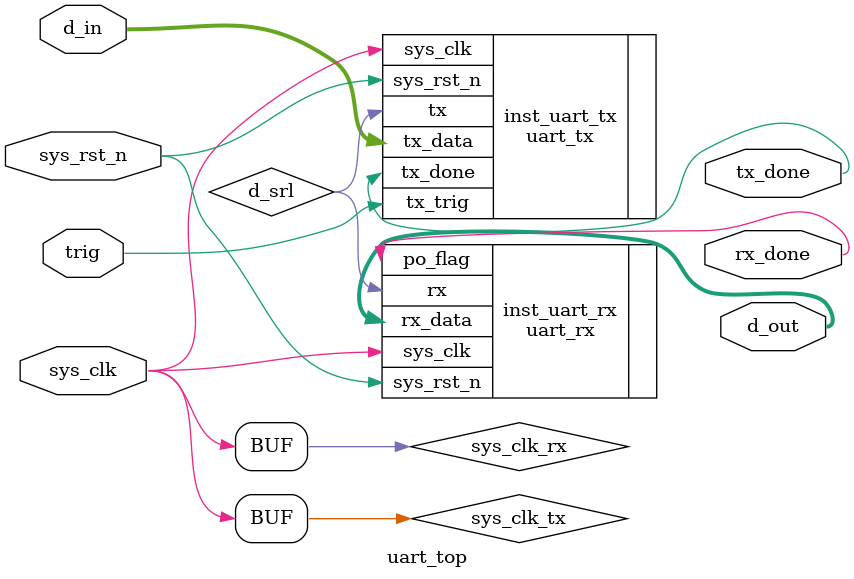
<source format=v>
/**************************************************************
 * Module name: uart_top
 *
 * Features:
 *	1. UART top module with RX & TX
 *    2. Data packet: {start bit, data frame[7:0], stop bit}
 *    3. Data frame width is 8-digit
 *    4. RX part system clock frequency assume half of TX part system clock
 *
 * Descriptions:
 *    1.
 *
 * Author: Jason Wu, master's student, NTHU
 *
 **************************************************************/
`timescale 1ns / 100ps
//`define SIM                                                 // Only used in Vivado, deleted in Linux, simulation only for small baud count 


module uart_top #(
    parameter CLK_FREQ          = 133_000_000,              // reciever part system clock frequency
    parameter BAUD_RATE         = 9600,                     // baud rate
    parameter D_WIDTH           = 8                         // width of data frame
) (
    sys_clk,
    sys_rst_n,
    d_in,
    trig,
    d_out,
    tx_done,
    rx_done
    );
    
    input                           sys_clk;                // system clock
    input                           sys_rst_n;              // system negative triggered reset
    input   [D_WIDTH-1:0]           d_in;                   // parallel data input from user
    input                           trig;                   // indicate UART_TX start 
    output  [D_WIDTH-1:0]           d_out;                  // parallel data output from UART_RX
    output                          tx_done;                // indicate UART_TX finish job
    output                          rx_done;                // indicate UART parallel-serial-parallel job finish
    
    
    // -------------------------------------------------------------------------------------------------------------------------------------------------------------
    // different clock frequency generation using frequency divider, TX fixed, RX generated
    wire                            sys_clk_tx;             // UART_TX system clock, fixed at 133MHz eventually
    wire                            sys_clk_rx;             // UART_RX system clock, generated depends on TX
    
    assign sys_clk_tx = sys_clk;
    assign sys_clk_rx = sys_clk;
    
    localparam CLK_FREQ_TX = CLK_FREQ;
    localparam CLK_FREQ_RX = CLK_FREQ;
    
    // -------------------------------------------------------------------------------------------------------------------------------------------------------------
    // instantiate
    wire                            d_srl;                  // serial data output from UART_TX, input for UART_RX
    
    uart_tx #(
        .CLK_FREQ(CLK_FREQ_TX),
        .BAUD_RATE(BAUD_RATE),
        .D_WIDTH(D_WIDTH)
    ) inst_uart_tx(
        // system signals
        .sys_clk(sys_clk_tx),
        .sys_rst_n(sys_rst_n),
        // UART_RX interface
        .tx_data(d_in),
        .tx_trig(trig),
        .tx(d_srl),
        .tx_done(tx_done)
        );

    uart_rx #(
        .CLK_FREQ(CLK_FREQ_RX),
        .BAUD_RATE(BAUD_RATE),
        .D_WIDTH(D_WIDTH)
    ) inst_uart_rx(
        // system signals
        .sys_clk(sys_clk_rx),
        .sys_rst_n(sys_rst_n),
        // UART_RX interface
        .rx(d_srl),
        .rx_data(d_out),
        .po_flag(rx_done)
        );


endmodule

</source>
